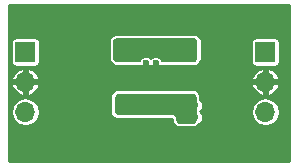
<source format=gbr>
G04 #@! TF.GenerationSoftware,KiCad,Pcbnew,(2017-06-16 revision 2018d4894)-master*
G04 #@! TF.CreationDate,2017-08-04T08:01:46+02:00*
G04 #@! TF.ProjectId,LT3032-breakout,4C54333033322D627265616B6F75742E,rev?*
G04 #@! TF.SameCoordinates,Original
G04 #@! TF.FileFunction,Copper,L2,Bot,Signal*
G04 #@! TF.FilePolarity,Positive*
%FSLAX46Y46*%
G04 Gerber Fmt 4.6, Leading zero omitted, Abs format (unit mm)*
G04 Created by KiCad (PCBNEW (2017-06-16 revision 2018d4894)-master) date Fri Aug  4 08:01:46 2017*
%MOMM*%
%LPD*%
G01*
G04 APERTURE LIST*
%ADD10C,0.100000*%
%ADD11O,1.700000X1.700000*%
%ADD12R,1.700000X1.700000*%
%ADD13C,0.600000*%
%ADD14C,0.250000*%
%ADD15C,0.150000*%
G04 APERTURE END LIST*
D10*
D11*
X142740000Y-74660000D03*
X142740000Y-72120000D03*
D12*
X142740000Y-69580000D03*
D11*
X163060000Y-74660000D03*
X163060000Y-72120000D03*
D12*
X163060000Y-69580000D03*
D13*
X159600000Y-74300000D03*
X158200000Y-74300000D03*
X159600000Y-70100000D03*
X158200000Y-70100000D03*
X147500000Y-70100000D03*
X147500000Y-74300000D03*
X148900000Y-74300000D03*
X148900000Y-70100000D03*
X152975000Y-70555000D03*
X153800000Y-70555000D03*
X153800000Y-71445000D03*
X152975000Y-71445000D03*
X151100000Y-72500000D03*
X155900000Y-68800000D03*
X155900000Y-69800000D03*
X156900000Y-69800000D03*
X156900000Y-68800000D03*
X150800000Y-68800000D03*
X151800000Y-69800000D03*
X151800000Y-68800000D03*
X157100000Y-74100000D03*
X157100000Y-75100000D03*
X156100000Y-75100000D03*
X156100000Y-74100000D03*
X151900000Y-74500000D03*
X150900000Y-74500000D03*
X150900000Y-73500000D03*
D14*
G36*
X165075000Y-78775000D02*
X141325000Y-78775000D01*
X141325000Y-74660000D01*
X141491001Y-74660000D01*
X141584249Y-75128787D01*
X141849795Y-75526206D01*
X142247214Y-75791752D01*
X142716001Y-75885000D01*
X142763999Y-75885000D01*
X143232786Y-75791752D01*
X143630205Y-75526206D01*
X143895751Y-75128787D01*
X143988999Y-74660000D01*
X143895751Y-74191213D01*
X143630205Y-73793794D01*
X143232786Y-73528248D01*
X142763999Y-73435000D01*
X142716001Y-73435000D01*
X142247214Y-73528248D01*
X141849795Y-73793794D01*
X141584249Y-74191213D01*
X141491001Y-74660000D01*
X141325000Y-74660000D01*
X141325000Y-72434093D01*
X141555951Y-72434093D01*
X141680645Y-72735157D01*
X141996694Y-73093729D01*
X142425905Y-73304059D01*
X142615000Y-73244867D01*
X142615000Y-72245000D01*
X142865000Y-72245000D01*
X142865000Y-73244867D01*
X143054095Y-73304059D01*
X143062378Y-73300000D01*
X149925000Y-73300000D01*
X149925000Y-74700000D01*
X149953545Y-74843506D01*
X150034835Y-74965165D01*
X150234835Y-75165165D01*
X150356494Y-75246455D01*
X150500000Y-75275000D01*
X155125000Y-75275000D01*
X155125000Y-75400000D01*
X155153545Y-75543506D01*
X155234835Y-75665165D01*
X155434835Y-75865165D01*
X155556494Y-75946455D01*
X155700000Y-75975000D01*
X157000000Y-75975000D01*
X157143506Y-75946455D01*
X157265165Y-75865165D01*
X157440791Y-75689539D01*
X157481857Y-75672571D01*
X157671903Y-75482856D01*
X157774883Y-75234855D01*
X157775117Y-74966323D01*
X157672571Y-74718143D01*
X157614530Y-74660000D01*
X161811001Y-74660000D01*
X161904249Y-75128787D01*
X162169795Y-75526206D01*
X162567214Y-75791752D01*
X163036001Y-75885000D01*
X163083999Y-75885000D01*
X163552786Y-75791752D01*
X163950205Y-75526206D01*
X164215751Y-75128787D01*
X164308999Y-74660000D01*
X164215751Y-74191213D01*
X163950205Y-73793794D01*
X163552786Y-73528248D01*
X163083999Y-73435000D01*
X163036001Y-73435000D01*
X162567214Y-73528248D01*
X162169795Y-73793794D01*
X161904249Y-74191213D01*
X161811001Y-74660000D01*
X157614530Y-74660000D01*
X157575000Y-74620402D01*
X157575000Y-74579590D01*
X157671903Y-74482856D01*
X157774883Y-74234855D01*
X157775117Y-73966323D01*
X157672571Y-73718143D01*
X157575000Y-73620402D01*
X157575000Y-73300000D01*
X157546455Y-73156494D01*
X157465165Y-73034835D01*
X157265165Y-72834835D01*
X157143506Y-72753545D01*
X157000000Y-72725000D01*
X150500000Y-72725000D01*
X150356494Y-72753545D01*
X150234835Y-72834835D01*
X150034835Y-73034835D01*
X149953545Y-73156494D01*
X149925000Y-73300000D01*
X143062378Y-73300000D01*
X143483306Y-73093729D01*
X143799355Y-72735157D01*
X143924049Y-72434093D01*
X161875951Y-72434093D01*
X162000645Y-72735157D01*
X162316694Y-73093729D01*
X162745905Y-73304059D01*
X162935000Y-73244867D01*
X162935000Y-72245000D01*
X163185000Y-72245000D01*
X163185000Y-73244867D01*
X163374095Y-73304059D01*
X163803306Y-73093729D01*
X164119355Y-72735157D01*
X164244049Y-72434093D01*
X164184323Y-72245000D01*
X163185000Y-72245000D01*
X162935000Y-72245000D01*
X161935677Y-72245000D01*
X161875951Y-72434093D01*
X143924049Y-72434093D01*
X143864323Y-72245000D01*
X142865000Y-72245000D01*
X142615000Y-72245000D01*
X141615677Y-72245000D01*
X141555951Y-72434093D01*
X141325000Y-72434093D01*
X141325000Y-71805907D01*
X141555951Y-71805907D01*
X141615677Y-71995000D01*
X142615000Y-71995000D01*
X142615000Y-70995133D01*
X142865000Y-70995133D01*
X142865000Y-71995000D01*
X143864323Y-71995000D01*
X143924049Y-71805907D01*
X161875951Y-71805907D01*
X161935677Y-71995000D01*
X162935000Y-71995000D01*
X162935000Y-70995133D01*
X163185000Y-70995133D01*
X163185000Y-71995000D01*
X164184323Y-71995000D01*
X164244049Y-71805907D01*
X164119355Y-71504843D01*
X163803306Y-71146271D01*
X163374095Y-70935941D01*
X163185000Y-70995133D01*
X162935000Y-70995133D01*
X162745905Y-70935941D01*
X162316694Y-71146271D01*
X162000645Y-71504843D01*
X161875951Y-71805907D01*
X143924049Y-71805907D01*
X143799355Y-71504843D01*
X143483306Y-71146271D01*
X143054095Y-70935941D01*
X142865000Y-70995133D01*
X142615000Y-70995133D01*
X142425905Y-70935941D01*
X141996694Y-71146271D01*
X141680645Y-71504843D01*
X141555951Y-71805907D01*
X141325000Y-71805907D01*
X141325000Y-68730000D01*
X141507654Y-68730000D01*
X141507654Y-70430000D01*
X141536758Y-70576317D01*
X141619641Y-70700359D01*
X141743683Y-70783242D01*
X141890000Y-70812346D01*
X143590000Y-70812346D01*
X143736317Y-70783242D01*
X143860359Y-70700359D01*
X143943242Y-70576317D01*
X143972346Y-70430000D01*
X143972346Y-68730000D01*
X143946488Y-68600000D01*
X149825000Y-68600000D01*
X149825000Y-70200000D01*
X149853545Y-70343506D01*
X149934835Y-70465165D01*
X150134835Y-70665165D01*
X150256494Y-70746455D01*
X150400000Y-70775000D01*
X157100000Y-70775000D01*
X157243506Y-70746455D01*
X157365165Y-70665165D01*
X157565165Y-70465165D01*
X157646455Y-70343506D01*
X157675000Y-70200000D01*
X157675000Y-68730000D01*
X161827654Y-68730000D01*
X161827654Y-70430000D01*
X161856758Y-70576317D01*
X161939641Y-70700359D01*
X162063683Y-70783242D01*
X162210000Y-70812346D01*
X163910000Y-70812346D01*
X164056317Y-70783242D01*
X164180359Y-70700359D01*
X164263242Y-70576317D01*
X164292346Y-70430000D01*
X164292346Y-68730000D01*
X164263242Y-68583683D01*
X164180359Y-68459641D01*
X164056317Y-68376758D01*
X163910000Y-68347654D01*
X162210000Y-68347654D01*
X162063683Y-68376758D01*
X161939641Y-68459641D01*
X161856758Y-68583683D01*
X161827654Y-68730000D01*
X157675000Y-68730000D01*
X157675000Y-68600000D01*
X157646455Y-68456494D01*
X157565165Y-68334835D01*
X157365165Y-68134835D01*
X157243506Y-68053545D01*
X157100000Y-68025000D01*
X150400000Y-68025000D01*
X150256494Y-68053545D01*
X150134835Y-68134835D01*
X149934835Y-68334835D01*
X149853545Y-68456494D01*
X149825000Y-68600000D01*
X143946488Y-68600000D01*
X143943242Y-68583683D01*
X143860359Y-68459641D01*
X143736317Y-68376758D01*
X143590000Y-68347654D01*
X141890000Y-68347654D01*
X141743683Y-68376758D01*
X141619641Y-68459641D01*
X141536758Y-68583683D01*
X141507654Y-68730000D01*
X141325000Y-68730000D01*
X141325000Y-65625000D01*
X165075000Y-65625000D01*
X165075000Y-78775000D01*
X165075000Y-78775000D01*
G37*
X165075000Y-78775000D02*
X141325000Y-78775000D01*
X141325000Y-74660000D01*
X141491001Y-74660000D01*
X141584249Y-75128787D01*
X141849795Y-75526206D01*
X142247214Y-75791752D01*
X142716001Y-75885000D01*
X142763999Y-75885000D01*
X143232786Y-75791752D01*
X143630205Y-75526206D01*
X143895751Y-75128787D01*
X143988999Y-74660000D01*
X143895751Y-74191213D01*
X143630205Y-73793794D01*
X143232786Y-73528248D01*
X142763999Y-73435000D01*
X142716001Y-73435000D01*
X142247214Y-73528248D01*
X141849795Y-73793794D01*
X141584249Y-74191213D01*
X141491001Y-74660000D01*
X141325000Y-74660000D01*
X141325000Y-72434093D01*
X141555951Y-72434093D01*
X141680645Y-72735157D01*
X141996694Y-73093729D01*
X142425905Y-73304059D01*
X142615000Y-73244867D01*
X142615000Y-72245000D01*
X142865000Y-72245000D01*
X142865000Y-73244867D01*
X143054095Y-73304059D01*
X143062378Y-73300000D01*
X149925000Y-73300000D01*
X149925000Y-74700000D01*
X149953545Y-74843506D01*
X150034835Y-74965165D01*
X150234835Y-75165165D01*
X150356494Y-75246455D01*
X150500000Y-75275000D01*
X155125000Y-75275000D01*
X155125000Y-75400000D01*
X155153545Y-75543506D01*
X155234835Y-75665165D01*
X155434835Y-75865165D01*
X155556494Y-75946455D01*
X155700000Y-75975000D01*
X157000000Y-75975000D01*
X157143506Y-75946455D01*
X157265165Y-75865165D01*
X157440791Y-75689539D01*
X157481857Y-75672571D01*
X157671903Y-75482856D01*
X157774883Y-75234855D01*
X157775117Y-74966323D01*
X157672571Y-74718143D01*
X157614530Y-74660000D01*
X161811001Y-74660000D01*
X161904249Y-75128787D01*
X162169795Y-75526206D01*
X162567214Y-75791752D01*
X163036001Y-75885000D01*
X163083999Y-75885000D01*
X163552786Y-75791752D01*
X163950205Y-75526206D01*
X164215751Y-75128787D01*
X164308999Y-74660000D01*
X164215751Y-74191213D01*
X163950205Y-73793794D01*
X163552786Y-73528248D01*
X163083999Y-73435000D01*
X163036001Y-73435000D01*
X162567214Y-73528248D01*
X162169795Y-73793794D01*
X161904249Y-74191213D01*
X161811001Y-74660000D01*
X157614530Y-74660000D01*
X157575000Y-74620402D01*
X157575000Y-74579590D01*
X157671903Y-74482856D01*
X157774883Y-74234855D01*
X157775117Y-73966323D01*
X157672571Y-73718143D01*
X157575000Y-73620402D01*
X157575000Y-73300000D01*
X157546455Y-73156494D01*
X157465165Y-73034835D01*
X157265165Y-72834835D01*
X157143506Y-72753545D01*
X157000000Y-72725000D01*
X150500000Y-72725000D01*
X150356494Y-72753545D01*
X150234835Y-72834835D01*
X150034835Y-73034835D01*
X149953545Y-73156494D01*
X149925000Y-73300000D01*
X143062378Y-73300000D01*
X143483306Y-73093729D01*
X143799355Y-72735157D01*
X143924049Y-72434093D01*
X161875951Y-72434093D01*
X162000645Y-72735157D01*
X162316694Y-73093729D01*
X162745905Y-73304059D01*
X162935000Y-73244867D01*
X162935000Y-72245000D01*
X163185000Y-72245000D01*
X163185000Y-73244867D01*
X163374095Y-73304059D01*
X163803306Y-73093729D01*
X164119355Y-72735157D01*
X164244049Y-72434093D01*
X164184323Y-72245000D01*
X163185000Y-72245000D01*
X162935000Y-72245000D01*
X161935677Y-72245000D01*
X161875951Y-72434093D01*
X143924049Y-72434093D01*
X143864323Y-72245000D01*
X142865000Y-72245000D01*
X142615000Y-72245000D01*
X141615677Y-72245000D01*
X141555951Y-72434093D01*
X141325000Y-72434093D01*
X141325000Y-71805907D01*
X141555951Y-71805907D01*
X141615677Y-71995000D01*
X142615000Y-71995000D01*
X142615000Y-70995133D01*
X142865000Y-70995133D01*
X142865000Y-71995000D01*
X143864323Y-71995000D01*
X143924049Y-71805907D01*
X161875951Y-71805907D01*
X161935677Y-71995000D01*
X162935000Y-71995000D01*
X162935000Y-70995133D01*
X163185000Y-70995133D01*
X163185000Y-71995000D01*
X164184323Y-71995000D01*
X164244049Y-71805907D01*
X164119355Y-71504843D01*
X163803306Y-71146271D01*
X163374095Y-70935941D01*
X163185000Y-70995133D01*
X162935000Y-70995133D01*
X162745905Y-70935941D01*
X162316694Y-71146271D01*
X162000645Y-71504843D01*
X161875951Y-71805907D01*
X143924049Y-71805907D01*
X143799355Y-71504843D01*
X143483306Y-71146271D01*
X143054095Y-70935941D01*
X142865000Y-70995133D01*
X142615000Y-70995133D01*
X142425905Y-70935941D01*
X141996694Y-71146271D01*
X141680645Y-71504843D01*
X141555951Y-71805907D01*
X141325000Y-71805907D01*
X141325000Y-68730000D01*
X141507654Y-68730000D01*
X141507654Y-70430000D01*
X141536758Y-70576317D01*
X141619641Y-70700359D01*
X141743683Y-70783242D01*
X141890000Y-70812346D01*
X143590000Y-70812346D01*
X143736317Y-70783242D01*
X143860359Y-70700359D01*
X143943242Y-70576317D01*
X143972346Y-70430000D01*
X143972346Y-68730000D01*
X143946488Y-68600000D01*
X149825000Y-68600000D01*
X149825000Y-70200000D01*
X149853545Y-70343506D01*
X149934835Y-70465165D01*
X150134835Y-70665165D01*
X150256494Y-70746455D01*
X150400000Y-70775000D01*
X157100000Y-70775000D01*
X157243506Y-70746455D01*
X157365165Y-70665165D01*
X157565165Y-70465165D01*
X157646455Y-70343506D01*
X157675000Y-70200000D01*
X157675000Y-68730000D01*
X161827654Y-68730000D01*
X161827654Y-70430000D01*
X161856758Y-70576317D01*
X161939641Y-70700359D01*
X162063683Y-70783242D01*
X162210000Y-70812346D01*
X163910000Y-70812346D01*
X164056317Y-70783242D01*
X164180359Y-70700359D01*
X164263242Y-70576317D01*
X164292346Y-70430000D01*
X164292346Y-68730000D01*
X164263242Y-68583683D01*
X164180359Y-68459641D01*
X164056317Y-68376758D01*
X163910000Y-68347654D01*
X162210000Y-68347654D01*
X162063683Y-68376758D01*
X161939641Y-68459641D01*
X161856758Y-68583683D01*
X161827654Y-68730000D01*
X157675000Y-68730000D01*
X157675000Y-68600000D01*
X157646455Y-68456494D01*
X157565165Y-68334835D01*
X157365165Y-68134835D01*
X157243506Y-68053545D01*
X157100000Y-68025000D01*
X150400000Y-68025000D01*
X150256494Y-68053545D01*
X150134835Y-68134835D01*
X149934835Y-68334835D01*
X149853545Y-68456494D01*
X149825000Y-68600000D01*
X143946488Y-68600000D01*
X143943242Y-68583683D01*
X143860359Y-68459641D01*
X143736317Y-68376758D01*
X143590000Y-68347654D01*
X141890000Y-68347654D01*
X141743683Y-68376758D01*
X141619641Y-68459641D01*
X141536758Y-68583683D01*
X141507654Y-68730000D01*
X141325000Y-68730000D01*
X141325000Y-65625000D01*
X165075000Y-65625000D01*
X165075000Y-78775000D01*
G36*
X157075000Y-73351776D02*
X157075000Y-75348224D01*
X156948224Y-75475000D01*
X155751776Y-75475000D01*
X155625000Y-75348224D01*
X155625000Y-75100000D01*
X155615485Y-75052165D01*
X155588388Y-75011612D01*
X155388388Y-74811612D01*
X155347835Y-74784515D01*
X155300000Y-74775000D01*
X150551776Y-74775000D01*
X150425000Y-74648224D01*
X150425000Y-73351776D01*
X150551776Y-73225000D01*
X156948224Y-73225000D01*
X157075000Y-73351776D01*
X157075000Y-73351776D01*
G37*
X157075000Y-73351776D02*
X157075000Y-75348224D01*
X156948224Y-75475000D01*
X155751776Y-75475000D01*
X155625000Y-75348224D01*
X155625000Y-75100000D01*
X155615485Y-75052165D01*
X155588388Y-75011612D01*
X155388388Y-74811612D01*
X155347835Y-74784515D01*
X155300000Y-74775000D01*
X150551776Y-74775000D01*
X150425000Y-74648224D01*
X150425000Y-73351776D01*
X150551776Y-73225000D01*
X156948224Y-73225000D01*
X157075000Y-73351776D01*
D15*
G36*
X157225000Y-68631066D02*
X157225000Y-70168934D01*
X157068934Y-70325000D01*
X154327117Y-70325000D01*
X154287746Y-70229714D01*
X154126137Y-70067823D01*
X153914876Y-69980100D01*
X153686127Y-69979900D01*
X153474714Y-70067254D01*
X153387490Y-70154326D01*
X153301137Y-70067823D01*
X153089876Y-69980100D01*
X152861127Y-69979900D01*
X152649714Y-70067254D01*
X152487823Y-70228863D01*
X152447904Y-70325000D01*
X150431066Y-70325000D01*
X150275000Y-70168934D01*
X150275000Y-68631066D01*
X150431066Y-68475000D01*
X157068934Y-68475000D01*
X157225000Y-68631066D01*
X157225000Y-68631066D01*
G37*
X157225000Y-68631066D02*
X157225000Y-70168934D01*
X157068934Y-70325000D01*
X154327117Y-70325000D01*
X154287746Y-70229714D01*
X154126137Y-70067823D01*
X153914876Y-69980100D01*
X153686127Y-69979900D01*
X153474714Y-70067254D01*
X153387490Y-70154326D01*
X153301137Y-70067823D01*
X153089876Y-69980100D01*
X152861127Y-69979900D01*
X152649714Y-70067254D01*
X152487823Y-70228863D01*
X152447904Y-70325000D01*
X150431066Y-70325000D01*
X150275000Y-70168934D01*
X150275000Y-68631066D01*
X150431066Y-68475000D01*
X157068934Y-68475000D01*
X157225000Y-68631066D01*
M02*

</source>
